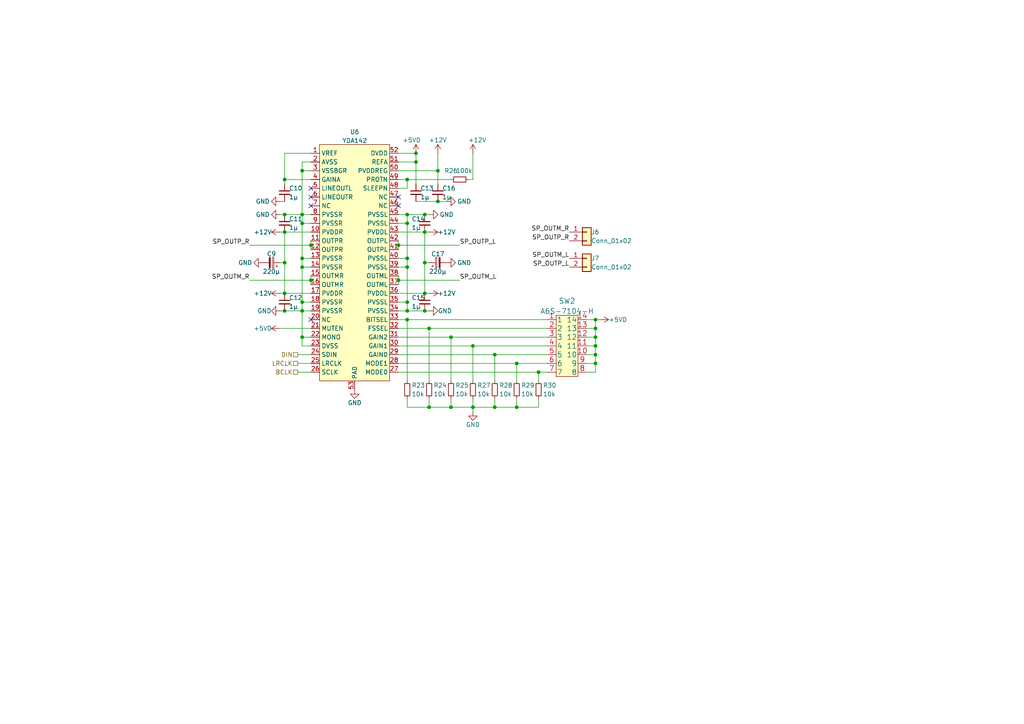
<source format=kicad_sch>
(kicad_sch (version 20211123) (generator eeschema)
  (paper "A4")
  (lib_symbols
    (symbol "A6S-7104-H:A6S-7104-H" (pin_names (offset 0.254))
      (property "Reference" "SW" (at 5.08 7.62 0))
      (property "Value" "A6S-7104-H" (at 5.08 5.08 0))
      (symbol "A6S-7104-H_1_1"
        (rectangle (start 2.54 1.27) (end 8.89 -16.51) (stroke (width 0.1524)) (fill (type background)))
        (pin passive line (at 0 0 0) (length 2.54) (name "1") (number "1"))
        (pin passive line (at 11.43 -10.16 180) (length 2.54) (name "10") (number "10"))
        (pin passive line (at 11.43 -7.62 180) (length 2.54) (name "11") (number "11"))
        (pin passive line (at 11.43 -5.08 180) (length 2.54) (name "12") (number "12"))
        (pin passive line (at 11.43 -2.54 180) (length 2.54) (name "13") (number "13"))
        (pin passive line (at 11.43 0 180) (length 2.54) (name "14") (number "14"))
        (pin passive line (at 0 -2.54 0) (length 2.54) (name "2") (number "2"))
        (pin passive line (at 0 -5.08 0) (length 2.54) (name "3") (number "3"))
        (pin passive line (at 0 -7.62 0) (length 2.54) (name "4") (number "4"))
        (pin passive line (at 0 -10.16 0) (length 2.54) (name "5") (number "5"))
        (pin passive line (at 0 -12.7 0) (length 2.54) (name "6") (number "6"))
        (pin passive line (at 0 -15.24 0) (length 2.54) (name "7") (number "7"))
        (pin passive line (at 11.43 -15.24 180) (length 2.54) (name "8") (number "8"))
        (pin passive line (at 11.43 -12.7 180) (length 2.54) (name "9") (number "9"))
      )
    )
    (symbol "Connector_Generic:Conn_01x02" (pin_names (offset 1.016) hide)
      (property "Reference" "J" (at 0 2.54 0))
      (property "Value" "Conn_01x02" (at 0 -5.08 0))
      (symbol "Conn_01x02_1_1"
        (rectangle (start -1.27 -2.413) (end 0 -2.667) (stroke (width 0.1524)))
        (rectangle (start -1.27 0.127) (end 0 -0.127) (stroke (width 0.1524)))
        (rectangle (start -1.27 1.27) (end 1.27 -3.81) (stroke (width 0.254)) (fill (type background)))
        (pin passive line (at -5.08 0 0) (length 3.81) (name "Pin_1") (number "1"))
        (pin passive line (at -5.08 -2.54 0) (length 3.81) (name "Pin_2") (number "2"))
      )
    )
    (symbol "Device:C_Polarized_Small" (pin_numbers hide) (pin_names (offset 0.254) hide)
      (property "Reference" "C" (at 0.254 1.778 0))
      (property "Value" "C_Polarized_Small" (at 0.254 -2.032 0))
      (symbol "C_Polarized_Small_0_1"
        (rectangle (start -1.524 -0.3048) (end 1.524 -0.6858) (fill (type outline)))
        (rectangle (start -1.524 0.6858) (end 1.524 0.3048))
        (polyline (pts (xy -1.27 1.524) (xy -0.762 1.524)))
        (polyline (pts (xy -1.016 1.27) (xy -1.016 1.778)))
      )
      (symbol "C_Polarized_Small_1_1"
        (pin passive line (at 0 2.54 270) (length 1.8542) (name "~") (number "1"))
        (pin passive line (at 0 -2.54 90) (length 1.8542) (name "~") (number "2"))
      )
    )
    (symbol "Device:C_Small" (pin_numbers hide) (pin_names (offset 0.254) hide)
      (property "Reference" "C" (at 0.254 1.778 0))
      (property "Value" "C_Small" (at 0.254 -2.032 0))
      (symbol "C_Small_0_1"
        (polyline (pts (xy -1.524 -0.508) (xy 1.524 -0.508)) (stroke (width 0.3302)))
        (polyline (pts (xy -1.524 0.508) (xy 1.524 0.508)) (stroke (width 0.3048)))
      )
      (symbol "C_Small_1_1"
        (pin passive line (at 0 2.54 270) (length 2.032) (name "~") (number "1"))
        (pin passive line (at 0 -2.54 90) (length 2.032) (name "~") (number "2"))
      )
    )
    (symbol "Device:R_Small" (pin_numbers hide) (pin_names (offset 0.254) hide)
      (property "Reference" "R" (at 0.762 0.508 0))
      (property "Value" "R_Small" (at 0.762 -1.016 0))
      (symbol "R_Small_0_1"
        (rectangle (start -0.762 1.778) (end 0.762 -1.778) (stroke (width 0.2032)))
      )
      (symbol "R_Small_1_1"
        (pin passive line (at 0 2.54 270) (length 0.762) (name "~") (number "1"))
        (pin passive line (at 0 -2.54 90) (length 0.762) (name "~") (number "2"))
      )
    )
    (symbol "YDA142:YDA142"
      (property "Reference" "U" (at 3.81 3.81 0))
      (property "Value" "YDA142" (at 8.89 3.81 0))
      (symbol "YDA142_0_1"
        (rectangle (start 2.54 -66.04) (end 22.86 2.54) (stroke (width 0.1524)) (fill (type background)))
      )
      (symbol "YDA142_1_1"
        (pin passive line (at 0 0 0) (length 2.54) (name "VREF") (number "1"))
        (pin passive line (at 0 -22.86 0) (length 2.54) (name "PVDDR") (number "10"))
        (pin passive line (at 0 -25.4 0) (length 2.54) (name "OUTPR") (number "11"))
        (pin passive line (at 0 -27.94 0) (length 2.54) (name "OUTPR") (number "12"))
        (pin passive line (at 0 -30.48 0) (length 2.54) (name "PVSSR") (number "13"))
        (pin passive line (at 0 -33.02 0) (length 2.54) (name "PVSSR") (number "14"))
        (pin passive line (at 0 -35.56 0) (length 2.54) (name "OUTMR") (number "15"))
        (pin passive line (at 0 -38.1 0) (length 2.54) (name "OUTMR") (number "16"))
        (pin passive line (at 0 -40.64 0) (length 2.54) (name "PVDDR") (number "17"))
        (pin passive line (at 0 -43.18 0) (length 2.54) (name "PVSSR") (number "18"))
        (pin passive line (at 0 -45.72 0) (length 2.54) (name "PVSSR") (number "19"))
        (pin passive line (at 0 -2.54 0) (length 2.54) (name "AVSS") (number "2"))
        (pin passive line (at 0 -48.26 0) (length 2.54) (name "NC") (number "20"))
        (pin passive line (at 0 -50.8 0) (length 2.54) (name "MUTEN") (number "21"))
        (pin passive line (at 0 -53.34 0) (length 2.54) (name "MONO") (number "22"))
        (pin passive line (at 0 -55.88 0) (length 2.54) (name "DVSS") (number "23"))
        (pin passive line (at 0 -58.42 0) (length 2.54) (name "SDIN") (number "24"))
        (pin passive line (at 0 -60.96 0) (length 2.54) (name "LRCLK") (number "25"))
        (pin passive line (at 0 -63.5 0) (length 2.54) (name "SCLK") (number "26"))
        (pin passive line (at 25.4 -63.5 180) (length 2.54) (name "MODE0") (number "27"))
        (pin passive line (at 25.4 -60.96 180) (length 2.54) (name "MODE1") (number "28"))
        (pin passive line (at 25.4 -58.42 180) (length 2.54) (name "GAIN0") (number "29"))
        (pin passive line (at 0 -5.08 0) (length 2.54) (name "VSSBGR") (number "3"))
        (pin passive line (at 25.4 -55.88 180) (length 2.54) (name "GAIN1") (number "30"))
        (pin passive line (at 25.4 -53.34 180) (length 2.54) (name "GAIN2") (number "31"))
        (pin passive line (at 25.4 -50.8 180) (length 2.54) (name "FSSEL") (number "32"))
        (pin passive line (at 25.4 -48.26 180) (length 2.54) (name "BITSEL") (number "33"))
        (pin passive line (at 25.4 -45.72 180) (length 2.54) (name "PVSSL") (number "34"))
        (pin passive line (at 25.4 -43.18 180) (length 2.54) (name "PVSSL") (number "35"))
        (pin passive line (at 25.4 -40.64 180) (length 2.54) (name "PVDDL") (number "36"))
        (pin passive line (at 25.4 -38.1 180) (length 2.54) (name "OUTML") (number "37"))
        (pin passive line (at 25.4 -35.56 180) (length 2.54) (name "OUTML") (number "38"))
        (pin passive line (at 25.4 -33.02 180) (length 2.54) (name "PVSSL") (number "39"))
        (pin passive line (at 0 -7.62 0) (length 2.54) (name "GAINA") (number "4"))
        (pin passive line (at 25.4 -30.48 180) (length 2.54) (name "PVSSL") (number "40"))
        (pin passive line (at 25.4 -27.94 180) (length 2.54) (name "OUTPL") (number "41"))
        (pin passive line (at 25.4 -25.4 180) (length 2.54) (name "OUTPL") (number "42"))
        (pin passive line (at 25.4 -22.86 180) (length 2.54) (name "PVDDL") (number "43"))
        (pin passive line (at 25.4 -20.32 180) (length 2.54) (name "PVSSL") (number "44"))
        (pin passive line (at 25.4 -17.78 180) (length 2.54) (name "PVSSL") (number "45"))
        (pin passive line (at 25.4 -15.24 180) (length 2.54) (name "NC") (number "46"))
        (pin passive line (at 25.4 -12.7 180) (length 2.54) (name "NC") (number "47"))
        (pin passive line (at 25.4 -10.16 180) (length 2.54) (name "SLEEPN") (number "48"))
        (pin passive line (at 25.4 -7.62 180) (length 2.54) (name "PROTN") (number "49"))
        (pin passive line (at 0 -10.16 0) (length 2.54) (name "LINEOUTL") (number "5"))
        (pin passive line (at 25.4 -5.08 180) (length 2.54) (name "PVDDREG") (number "50"))
        (pin passive line (at 25.4 -2.54 180) (length 2.54) (name "REFA") (number "51"))
        (pin passive line (at 25.4 0 180) (length 2.54) (name "DVDD") (number "52"))
        (pin passive line (at 12.7 -68.58 90) (length 2.54) (name "PAD") (number "53"))
        (pin passive line (at 0 -12.7 0) (length 2.54) (name "LINEOUTR") (number "6"))
        (pin passive line (at 0 -15.24 0) (length 2.54) (name "NC") (number "7"))
        (pin passive line (at 0 -17.78 0) (length 2.54) (name "PVSSR") (number "8"))
        (pin passive line (at 0 -20.32 0) (length 2.54) (name "PVSSR") (number "9"))
      )
    )
    (symbol "power:+12V" (power) (pin_names (offset 0))
      (property "Value" "+12V" (at 0 3.556 0))
      (symbol "+12V_0_1"
        (polyline (pts (xy -0.762 1.27) (xy 0 2.54)))
        (polyline (pts (xy 0 0) (xy 0 2.54)))
        (polyline (pts (xy 0 2.54) (xy 0.762 1.27)))
      )
      (symbol "+12V_1_1"
        (pin power_in line (at 0 0 90) (length 0) hide (name "+12V") (number "1"))
      )
    )
    (symbol "power:+5VD" (power) (pin_names (offset 0))
      (property "Value" "+5VD" (at 0 3.556 0))
      (symbol "+5VD_0_1"
        (polyline (pts (xy -0.762 1.27) (xy 0 2.54)))
        (polyline (pts (xy 0 0) (xy 0 2.54)))
        (polyline (pts (xy 0 2.54) (xy 0.762 1.27)))
      )
      (symbol "+5VD_1_1"
        (pin power_in line (at 0 0 90) (length 0) hide (name "+5VD") (number "1"))
      )
    )
    (symbol "power:GND" (power) (pin_names (offset 0))
      (property "Value" "GND" (at 0 -3.81 0))
      (symbol "GND_0_1"
        (polyline (pts (xy 0 0) (xy 0 -1.27) (xy 1.27 -1.27) (xy 0 -2.54) (xy -1.27 -1.27) (xy 0 -1.27)))
      )
      (symbol "GND_1_1"
        (pin power_in line (at 0 0 270) (length 0) hide (name "GND") (number "1"))
      )
    )
  )
  (junction (at 127 49.53))
  (junction (at 118.11 62.23))
  (junction (at 118.11 90.17))
  (junction (at 118.11 74.93))
  (junction (at 143.51 118.11))
  (junction (at 90.17 71.12))
  (junction (at 87.63 64.77))
  (junction (at 172.72 97.79))
  (junction (at 82.55 67.31))
  (junction (at 124.46 118.11))
  (junction (at 137.16 100.33))
  (junction (at 137.16 118.11))
  (junction (at 87.63 97.79))
  (junction (at 87.63 77.47))
  (junction (at 118.11 77.47))
  (junction (at 123.19 85.09))
  (junction (at 156.21 107.95))
  (junction (at 172.72 102.87))
  (junction (at 123.19 90.17))
  (junction (at 149.86 105.41))
  (junction (at 123.19 76.2))
  (junction (at 87.63 87.63))
  (junction (at 124.46 95.25))
  (junction (at 87.63 62.23))
  (junction (at 123.19 62.23))
  (junction (at 123.19 67.31))
  (junction (at 127 58.42))
  (junction (at 115.57 81.28))
  (junction (at 118.11 64.77))
  (junction (at 118.11 87.63))
  (junction (at 87.63 49.53))
  (junction (at 143.51 102.87))
  (junction (at 87.63 90.17))
  (junction (at 82.55 85.09))
  (junction (at 130.81 97.79))
  (junction (at 172.72 92.71))
  (junction (at 120.65 44.45))
  (junction (at 82.55 76.2))
  (junction (at 82.55 52.07))
  (junction (at 90.17 81.28))
  (junction (at 149.86 118.11))
  (junction (at 172.72 100.33))
  (junction (at 82.55 62.23))
  (junction (at 118.11 92.71))
  (junction (at 82.55 90.17))
  (junction (at 87.63 74.93))
  (junction (at 120.65 46.99))
  (junction (at 118.11 52.07))
  (junction (at 115.57 71.12))
  (junction (at 172.72 105.41))
  (junction (at 130.81 118.11))
  (junction (at 172.72 95.25))
  (no_connect (at 90.17 92.71))
  (no_connect (at 90.17 59.69))
  (no_connect (at 115.57 59.69))
  (no_connect (at 115.57 57.15))
  (no_connect (at 90.17 54.61))
  (no_connect (at 90.17 57.15))
  (wire (pts (xy 173.99 92.71) (xy 172.72 92.71)))
  (wire (pts (xy 149.86 118.11) (xy 149.86 115.57)))
  (wire (pts (xy 123.19 90.17) (xy 124.46 90.17)))
  (wire (pts (xy 87.63 64.77) (xy 87.63 74.93)))
  (wire (pts (xy 90.17 72.39) (xy 90.17 71.12)))
  (wire (pts (xy 118.11 64.77) (xy 115.57 64.77)))
  (wire (pts (xy 115.57 87.63) (xy 118.11 87.63)))
  (wire (pts (xy 130.81 110.49) (xy 130.81 97.79)))
  (wire (pts (xy 115.57 62.23) (xy 118.11 62.23)))
  (wire (pts (xy 90.17 71.12) (xy 90.17 69.85)))
  (wire (pts (xy 137.16 110.49) (xy 137.16 100.33)))
  (wire (pts (xy 115.57 44.45) (xy 120.65 44.45)))
  (wire (pts (xy 118.11 87.63) (xy 118.11 90.17)))
  (wire (pts (xy 87.63 62.23) (xy 87.63 64.77)))
  (wire (pts (xy 124.46 118.11) (xy 130.81 118.11)))
  (wire (pts (xy 118.11 92.71) (xy 118.11 110.49)))
  (wire (pts (xy 156.21 107.95) (xy 158.75 107.95)))
  (wire (pts (xy 115.57 95.25) (xy 124.46 95.25)))
  (wire (pts (xy 118.11 62.23) (xy 118.11 64.77)))
  (wire (pts (xy 115.57 81.28) (xy 133.35 81.28)))
  (wire (pts (xy 137.16 118.11) (xy 137.16 115.57)))
  (wire (pts (xy 115.57 105.41) (xy 149.86 105.41)))
  (wire (pts (xy 115.57 71.12) (xy 133.35 71.12)))
  (wire (pts (xy 81.28 76.2) (xy 82.55 76.2)))
  (wire (pts (xy 87.63 100.33) (xy 90.17 100.33)))
  (wire (pts (xy 82.55 76.2) (xy 82.55 85.09)))
  (wire (pts (xy 115.57 81.28) (xy 115.57 82.55)))
  (wire (pts (xy 124.46 95.25) (xy 158.75 95.25)))
  (wire (pts (xy 172.72 100.33) (xy 170.18 100.33)))
  (wire (pts (xy 124.46 118.11) (xy 124.46 115.57)))
  (wire (pts (xy 81.28 85.09) (xy 82.55 85.09)))
  (wire (pts (xy 130.81 97.79) (xy 158.75 97.79)))
  (wire (pts (xy 130.81 118.11) (xy 137.16 118.11)))
  (wire (pts (xy 137.16 118.11) (xy 143.51 118.11)))
  (wire (pts (xy 115.57 97.79) (xy 130.81 97.79)))
  (wire (pts (xy 172.72 97.79) (xy 172.72 100.33)))
  (wire (pts (xy 172.72 92.71) (xy 172.72 95.25)))
  (wire (pts (xy 87.63 97.79) (xy 90.17 97.79)))
  (wire (pts (xy 90.17 81.28) (xy 90.17 82.55)))
  (wire (pts (xy 82.55 62.23) (xy 87.63 62.23)))
  (wire (pts (xy 118.11 64.77) (xy 118.11 74.93)))
  (wire (pts (xy 90.17 81.28) (xy 72.39 81.28)))
  (wire (pts (xy 90.17 71.12) (xy 72.39 71.12)))
  (wire (pts (xy 156.21 107.95) (xy 156.21 110.49)))
  (wire (pts (xy 87.63 90.17) (xy 87.63 87.63)))
  (wire (pts (xy 143.51 102.87) (xy 158.75 102.87)))
  (wire (pts (xy 115.57 71.12) (xy 115.57 69.85)))
  (wire (pts (xy 81.28 58.42) (xy 82.55 58.42)))
  (wire (pts (xy 82.55 67.31) (xy 90.17 67.31)))
  (wire (pts (xy 115.57 74.93) (xy 118.11 74.93)))
  (wire (pts (xy 82.55 90.17) (xy 87.63 90.17)))
  (wire (pts (xy 81.28 62.23) (xy 82.55 62.23)))
  (wire (pts (xy 118.11 92.71) (xy 115.57 92.71)))
  (wire (pts (xy 115.57 100.33) (xy 137.16 100.33)))
  (wire (pts (xy 82.55 85.09) (xy 90.17 85.09)))
  (wire (pts (xy 118.11 90.17) (xy 115.57 90.17)))
  (wire (pts (xy 82.55 90.17) (xy 81.28 90.17)))
  (wire (pts (xy 172.72 100.33) (xy 172.72 102.87)))
  (wire (pts (xy 123.19 85.09) (xy 124.46 85.09)))
  (wire (pts (xy 82.55 52.07) (xy 82.55 44.45)))
  (wire (pts (xy 120.65 58.42) (xy 127 58.42)))
  (wire (pts (xy 87.63 46.99) (xy 90.17 46.99)))
  (wire (pts (xy 123.19 90.17) (xy 118.11 90.17)))
  (wire (pts (xy 123.19 62.23) (xy 124.46 62.23)))
  (wire (pts (xy 127 49.53) (xy 127 44.45)))
  (wire (pts (xy 87.63 97.79) (xy 87.63 90.17)))
  (wire (pts (xy 87.63 77.47) (xy 87.63 74.93)))
  (wire (pts (xy 87.63 49.53) (xy 87.63 62.23)))
  (wire (pts (xy 172.72 102.87) (xy 170.18 102.87)))
  (wire (pts (xy 87.63 97.79) (xy 87.63 100.33)))
  (wire (pts (xy 172.72 105.41) (xy 170.18 105.41)))
  (wire (pts (xy 82.55 67.31) (xy 81.28 67.31)))
  (wire (pts (xy 82.55 44.45) (xy 90.17 44.45)))
  (wire (pts (xy 86.36 105.41) (xy 90.17 105.41)))
  (wire (pts (xy 115.57 52.07) (xy 118.11 52.07)))
  (wire (pts (xy 118.11 54.61) (xy 115.57 54.61)))
  (wire (pts (xy 124.46 76.2) (xy 123.19 76.2)))
  (wire (pts (xy 87.63 77.47) (xy 87.63 87.63)))
  (wire (pts (xy 143.51 110.49) (xy 143.51 102.87)))
  (wire (pts (xy 118.11 77.47) (xy 118.11 87.63)))
  (wire (pts (xy 115.57 72.39) (xy 115.57 71.12)))
  (wire (pts (xy 137.16 100.33) (xy 158.75 100.33)))
  (wire (pts (xy 86.36 107.95) (xy 90.17 107.95)))
  (wire (pts (xy 82.55 53.34) (xy 82.55 52.07)))
  (wire (pts (xy 143.51 118.11) (xy 149.86 118.11)))
  (wire (pts (xy 115.57 46.99) (xy 120.65 46.99)))
  (wire (pts (xy 90.17 62.23) (xy 87.63 62.23)))
  (wire (pts (xy 90.17 90.17) (xy 87.63 90.17)))
  (wire (pts (xy 118.11 77.47) (xy 115.57 77.47)))
  (wire (pts (xy 127 49.53) (xy 127 53.34)))
  (wire (pts (xy 172.72 95.25) (xy 170.18 95.25)))
  (wire (pts (xy 172.72 97.79) (xy 170.18 97.79)))
  (wire (pts (xy 90.17 80.01) (xy 90.17 81.28)))
  (wire (pts (xy 120.65 46.99) (xy 120.65 53.34)))
  (wire (pts (xy 149.86 105.41) (xy 158.75 105.41)))
  (wire (pts (xy 172.72 107.95) (xy 170.18 107.95)))
  (wire (pts (xy 143.51 118.11) (xy 143.51 115.57)))
  (wire (pts (xy 90.17 77.47) (xy 87.63 77.47)))
  (wire (pts (xy 118.11 62.23) (xy 123.19 62.23)))
  (wire (pts (xy 124.46 95.25) (xy 124.46 110.49)))
  (wire (pts (xy 118.11 118.11) (xy 124.46 118.11)))
  (wire (pts (xy 172.72 105.41) (xy 172.72 107.95)))
  (wire (pts (xy 130.81 118.11) (xy 130.81 115.57)))
  (wire (pts (xy 87.63 87.63) (xy 90.17 87.63)))
  (wire (pts (xy 86.36 102.87) (xy 90.17 102.87)))
  (wire (pts (xy 115.57 80.01) (xy 115.57 81.28)))
  (wire (pts (xy 137.16 119.38) (xy 137.16 118.11)))
  (wire (pts (xy 149.86 118.11) (xy 156.21 118.11)))
  (wire (pts (xy 87.63 64.77) (xy 90.17 64.77)))
  (wire (pts (xy 156.21 118.11) (xy 156.21 115.57)))
  (wire (pts (xy 90.17 49.53) (xy 87.63 49.53)))
  (wire (pts (xy 87.63 74.93) (xy 90.17 74.93)))
  (wire (pts (xy 172.72 95.25) (xy 172.72 97.79)))
  (wire (pts (xy 82.55 67.31) (xy 82.55 76.2)))
  (wire (pts (xy 115.57 107.95) (xy 156.21 107.95)))
  (wire (pts (xy 118.11 52.07) (xy 118.11 54.61)))
  (wire (pts (xy 118.11 74.93) (xy 118.11 77.47)))
  (wire (pts (xy 118.11 92.71) (xy 158.75 92.71)))
  (wire (pts (xy 115.57 49.53) (xy 127 49.53)))
  (wire (pts (xy 115.57 102.87) (xy 143.51 102.87)))
  (wire (pts (xy 118.11 115.57) (xy 118.11 118.11)))
  (wire (pts (xy 127 58.42) (xy 129.54 58.42)))
  (wire (pts (xy 81.28 95.25) (xy 90.17 95.25)))
  (wire (pts (xy 82.55 52.07) (xy 90.17 52.07)))
  (wire (pts (xy 115.57 67.31) (xy 123.19 67.31)))
  (wire (pts (xy 137.16 52.07) (xy 137.16 44.45)))
  (wire (pts (xy 120.65 46.99) (xy 120.65 44.45)))
  (wire (pts (xy 170.18 92.71) (xy 172.72 92.71)))
  (wire (pts (xy 87.63 49.53) (xy 87.63 46.99)))
  (wire (pts (xy 123.19 76.2) (xy 123.19 85.09)))
  (wire (pts (xy 118.11 52.07) (xy 130.81 52.07)))
  (wire (pts (xy 137.16 52.07) (xy 135.89 52.07)))
  (wire (pts (xy 172.72 102.87) (xy 172.72 105.41)))
  (wire (pts (xy 115.57 85.09) (xy 123.19 85.09)))
  (wire (pts (xy 123.19 67.31) (xy 123.19 76.2)))
  (wire (pts (xy 149.86 105.41) (xy 149.86 110.49)))
  (wire (pts (xy 123.19 67.31) (xy 124.46 67.31)))
  (label "SP_OUTP_L" (at 133.35 71.12 0))
  (label "SP_OUTP_R" (at 165.1 69.85 180))
  (label "SP_OUTM_R" (at 165.1 67.31 180))
  (label "SP_OUTM_L" (at 133.35 81.28 0))
  (label "SP_OUTM_L" (at 165.1 74.93 180))
  (label "SP_OUTP_R" (at 72.39 71.12 180))
  (label "SP_OUTP_L" (at 165.1 77.47 180))
  (label "SP_OUTM_R" (at 72.39 81.28 180))
  (hierarchical_label "BCLK" (shape passive) (at 86.36 107.95 180))
  (hierarchical_label "LRCLK" (shape passive) (at 86.36 105.41 180))
  (hierarchical_label "DIN" (shape passive) (at 86.36 102.87 180))
  (symbol (lib_id "power:+12V") (at 124.46 85.09 270) (unit 1)
    (property "Reference" "#PWR060" (effects hide))
    (property "Value" "+12V" (at 129.54 85.09 90))
  )
  (symbol (lib_id "Device:R_Small") (at 149.86 113.03 0) (unit 1)
    (property "Reference" "R29" (at 151.13 111.76 0) (effects (justify left)))
    (property "Value" "10k" (at 151.13 114.3 0) (effects (justify left)))
    (property "Footprint" "Resistor_SMD:R_0603_1608Metric_Pad0.98x0.95mm_HandSolder" (effects hide))
  )
  (symbol (lib_id "Device:R_Small") (at 133.35 52.07 90) (unit 1)
    (property "Reference" "R26" (at 130.81 49.53 90))
    (property "Value" "100k" (at 134.62 49.53 90))
    (property "Footprint" "Resistor_SMD:R_0603_1608Metric_Pad0.98x0.95mm_HandSolder" (effects hide))
  )
  (symbol (lib_id "power:+12V") (at 81.28 85.09 90) (unit 1)
    (property "Reference" "#PWR053" (effects hide))
    (property "Value" "+12V" (at 76.2 85.09 90))
  )
  (symbol (lib_id "power:+12V") (at 124.46 67.31 270) (unit 1)
    (property "Reference" "#PWR059" (effects hide))
    (property "Value" "+12V" (at 129.54 67.31 90))
  )
  (symbol (lib_id "power:GND") (at 81.28 58.42 270) (mirror x) (unit 1)
    (property "Reference" "#PWR050" (effects hide))
    (property "Value" "GND" (at 76.2 58.42 90))
  )
  (symbol (lib_id "power:GND") (at 81.28 62.23 270) (mirror x) (unit 1)
    (property "Reference" "#PWR051" (effects hide))
    (property "Value" "GND" (at 76.2 62.23 90))
  )
  (symbol (lib_id "Device:R_Small") (at 137.16 113.03 0) (unit 1)
    (property "Reference" "R27" (at 138.43 111.76 0) (effects (justify left)))
    (property "Value" "10k" (at 138.43 114.3 0) (effects (justify left)))
    (property "Footprint" "Resistor_SMD:R_0603_1608Metric_Pad0.98x0.95mm_HandSolder" (effects hide))
  )
  (symbol (lib_id "Connector_Generic:Conn_01x02") (at 170.18 74.93 0) (unit 1)
    (property "Reference" "J7" (at 171.45 74.93 0) (effects (justify left)))
    (property "Value" "Conn_01x02" (at 171.45 77.47 0) (effects (justify left)))
    (property "Footprint" "B02B-PASK-1:B02B-PASK-1" (effects hide))
  )
  (symbol (lib_id "Device:C_Polarized_Small") (at 78.74 76.2 270) (mirror x) (unit 1)
    (property "Reference" "C9" (at 78.74 73.66 90))
    (property "Value" "220μ" (at 78.74 78.74 90))
    (property "Footprint" "Capacitor_THT:CP_Radial_D12.5mm_P5.00mm" (effects hide))
  )
  (symbol (lib_id "power:GND") (at 102.87 113.03 0) (unit 1)
    (property "Reference" "#PWR056" (effects hide))
    (property "Value" "GND" (at 102.87 116.84 0))
  )
  (symbol (lib_id "Device:C_Small") (at 82.55 64.77 0) (unit 1)
    (property "Reference" "C11" (at 83.82 63.5 0) (effects (justify left)))
    (property "Value" "1μ" (at 83.82 66.04 0) (effects (justify left)))
    (property "Footprint" "Capacitor_SMD:C_0603_1608Metric_Pad1.08x0.95mm_HandSolder" (effects hide))
  )
  (symbol (lib_id "power:GND") (at 129.54 76.2 90) (unit 1)
    (property "Reference" "#PWR064" (effects hide))
    (property "Value" "GND" (at 134.62 76.2 90))
  )
  (symbol (lib_id "Device:C_Small") (at 120.65 55.88 0) (unit 1)
    (property "Reference" "C13" (at 121.92 54.61 0) (effects (justify left)))
    (property "Value" "1μ" (at 121.92 57.15 0) (effects (justify left)))
    (property "Footprint" "Capacitor_SMD:C_0603_1608Metric_Pad1.08x0.95mm_HandSolder" (effects hide))
  )
  (symbol (lib_id "Device:C_Small") (at 82.55 55.88 0) (unit 1)
    (property "Reference" "C10" (at 83.82 54.61 0) (effects (justify left)))
    (property "Value" "1μ" (at 83.82 57.15 0) (effects (justify left)))
    (property "Footprint" "Capacitor_SMD:C_0603_1608Metric_Pad1.08x0.95mm_HandSolder" (effects hide))
  )
  (symbol (lib_id "Device:R_Small") (at 130.81 113.03 0) (unit 1)
    (property "Reference" "R25" (at 132.08 111.76 0) (effects (justify left)))
    (property "Value" "10k" (at 132.08 114.3 0) (effects (justify left)))
    (property "Footprint" "Resistor_SMD:R_0603_1608Metric_Pad0.98x0.95mm_HandSolder" (effects hide))
  )
  (symbol (lib_id "Device:C_Small") (at 123.19 87.63 0) (unit 1)
    (property "Reference" "C15" (at 119.38 86.36 0) (effects (justify left)))
    (property "Value" "1μ" (at 119.38 88.9 0) (effects (justify left)))
    (property "Footprint" "Capacitor_SMD:C_0603_1608Metric_Pad1.08x0.95mm_HandSolder" (effects hide))
  )
  (symbol (lib_id "power:+12V") (at 137.16 44.45 0) (unit 1)
    (property "Reference" "#PWR065" (effects hide))
    (property "Value" "+12V" (at 138.43 40.64 0))
  )
  (symbol (lib_id "Device:R_Small") (at 124.46 113.03 0) (unit 1)
    (property "Reference" "R24" (at 125.73 111.76 0) (effects (justify left)))
    (property "Value" "10k" (at 125.73 114.3 0) (effects (justify left)))
    (property "Footprint" "Resistor_SMD:R_0603_1608Metric_Pad0.98x0.95mm_HandSolder" (effects hide))
  )
  (symbol (lib_id "power:GND") (at 81.28 90.17 270) (mirror x) (unit 1)
    (property "Reference" "#PWR054" (effects hide))
    (property "Value" "GND" (at 78.74 90.17 90) (effects (justify right)))
  )
  (symbol (lib_id "power:GND") (at 137.16 119.38 0) (unit 1)
    (property "Reference" "#PWR066" (effects hide))
    (property "Value" "GND" (at 137.16 123.19 0))
  )
  (symbol (lib_id "A6S-7104-H:A6S-7104-H") (at 158.75 92.71 0) (unit 1)
    (property "Reference" "SW2" (at 164.465 87.2797 0) (effects (font (size 1.524 1.524))))
    (property "Value" "A6S-7104-H" (at 164.465 90.2731 0) (effects (font (size 1.524 1.524))))
    (property "Footprint" "A6S-7104-H:A6S-7104-H" (effects hide))
  )
  (symbol (lib_id "power:+12V") (at 81.28 67.31 90) (unit 1)
    (property "Reference" "#PWR052" (effects hide))
    (property "Value" "+12V" (at 76.2 67.31 90))
  )
  (symbol (lib_id "power:GND") (at 124.46 62.23 90) (unit 1)
    (property "Reference" "#PWR058" (effects hide))
    (property "Value" "GND" (at 129.54 62.23 90))
  )
  (symbol (lib_id "Device:R_Small") (at 156.21 113.03 0) (unit 1)
    (property "Reference" "R30" (at 157.48 111.76 0) (effects (justify left)))
    (property "Value" "10k" (at 157.48 114.3 0) (effects (justify left)))
    (property "Footprint" "Resistor_SMD:R_0603_1608Metric_Pad0.98x0.95mm_HandSolder" (effects hide))
  )
  (symbol (lib_id "power:GND") (at 129.54 58.42 90) (unit 1)
    (property "Reference" "#PWR063" (effects hide))
    (property "Value" "GND" (at 134.62 58.42 90))
  )
  (symbol (lib_id "power:+12V") (at 127 44.45 0) (unit 1)
    (property "Reference" "#PWR062" (effects hide))
    (property "Value" "+12V" (at 127 40.64 0))
  )
  (symbol (lib_id "power:GND") (at 124.46 90.17 90) (unit 1)
    (property "Reference" "#PWR061" (effects hide))
    (property "Value" "GND" (at 127 90.17 90) (effects (justify right)))
  )
  (symbol (lib_id "Device:R_Small") (at 143.51 113.03 0) (unit 1)
    (property "Reference" "R28" (at 144.78 111.76 0) (effects (justify left)))
    (property "Value" "10k" (at 144.78 114.3 0) (effects (justify left)))
    (property "Footprint" "Resistor_SMD:R_0603_1608Metric_Pad0.98x0.95mm_HandSolder" (effects hide))
  )
  (symbol (lib_id "Connector_Generic:Conn_01x02") (at 170.18 67.31 0) (unit 1)
    (property "Reference" "J6" (at 171.45 67.31 0) (effects (justify left)))
    (property "Value" "Conn_01x02" (at 171.45 69.85 0) (effects (justify left)))
    (property "Footprint" "B02B-PASK-1:B02B-PASK-1" (effects hide))
  )
  (symbol (lib_id "YDA142:YDA142") (at 90.17 44.45 0) (unit 1)
    (property "Reference" "U6" (at 102.87 38.261 0))
    (property "Value" "YDA142" (at 102.87 40.7979 0))
    (property "Footprint" "YDA142:YDA142" (effects hide))
  )
  (symbol (lib_id "Device:C_Small") (at 82.55 87.63 0) (unit 1)
    (property "Reference" "C12" (at 83.82 86.36 0) (effects (justify left)))
    (property "Value" "1μ" (at 83.82 88.9 0) (effects (justify left)))
    (property "Footprint" "Capacitor_SMD:C_0603_1608Metric_Pad1.08x0.95mm_HandSolder" (effects hide))
  )
  (symbol (lib_id "power:+5VD") (at 120.65 44.45 0) (unit 1)
    (property "Reference" "#PWR057" (effects hide))
    (property "Value" "+5VD" (at 119.38 40.64 0))
  )
  (symbol (lib_id "Device:C_Polarized_Small") (at 127 76.2 90) (unit 1)
    (property "Reference" "C17" (at 127 73.66 90))
    (property "Value" "220μ" (at 127 78.74 90))
    (property "Footprint" "Capacitor_THT:CP_Radial_D12.5mm_P5.00mm" (effects hide))
  )
  (symbol (lib_id "power:+5VD") (at 81.28 95.25 90) (unit 1)
    (property "Reference" "#PWR055" (effects hide))
    (property "Value" "+5VD" (at 76.2 95.25 90))
  )
  (symbol (lib_id "Device:C_Small") (at 127 55.88 0) (unit 1)
    (property "Reference" "C16" (at 128.27 54.61 0) (effects (justify left)))
    (property "Value" "1μ" (at 128.27 57.15 0) (effects (justify left)))
    (property "Footprint" "Capacitor_SMD:C_0603_1608Metric_Pad1.08x0.95mm_HandSolder" (effects hide))
  )
  (symbol (lib_id "Device:R_Small") (at 118.11 113.03 0) (unit 1)
    (property "Reference" "R23" (at 119.38 111.76 0) (effects (justify left)))
    (property "Value" "10k" (at 119.38 114.3 0) (effects (justify left)))
    (property "Footprint" "Resistor_SMD:R_0603_1608Metric_Pad0.98x0.95mm_HandSolder" (effects hide))
  )
  (symbol (lib_id "Device:C_Small") (at 123.19 64.77 0) (unit 1)
    (property "Reference" "C14" (at 119.38 63.5 0) (effects (justify left)))
    (property "Value" "1μ" (at 119.38 66.04 0) (effects (justify left)))
    (property "Footprint" "Capacitor_SMD:C_0603_1608Metric_Pad1.08x0.95mm_HandSolder" (effects hide))
  )
  (symbol (lib_id "power:+5VD") (at 173.99 92.71 270) (unit 1)
    (property "Reference" "#PWR067" (effects hide))
    (property "Value" "+5VD" (at 176.53 92.71 90) (effects (justify left)))
  )
  (symbol (lib_id "power:GND") (at 76.2 76.2 270) (mirror x) (unit 1)
    (property "Reference" "#PWR049" (effects hide))
    (property "Value" "GND" (at 71.12 76.2 90))
  )
)
</source>
